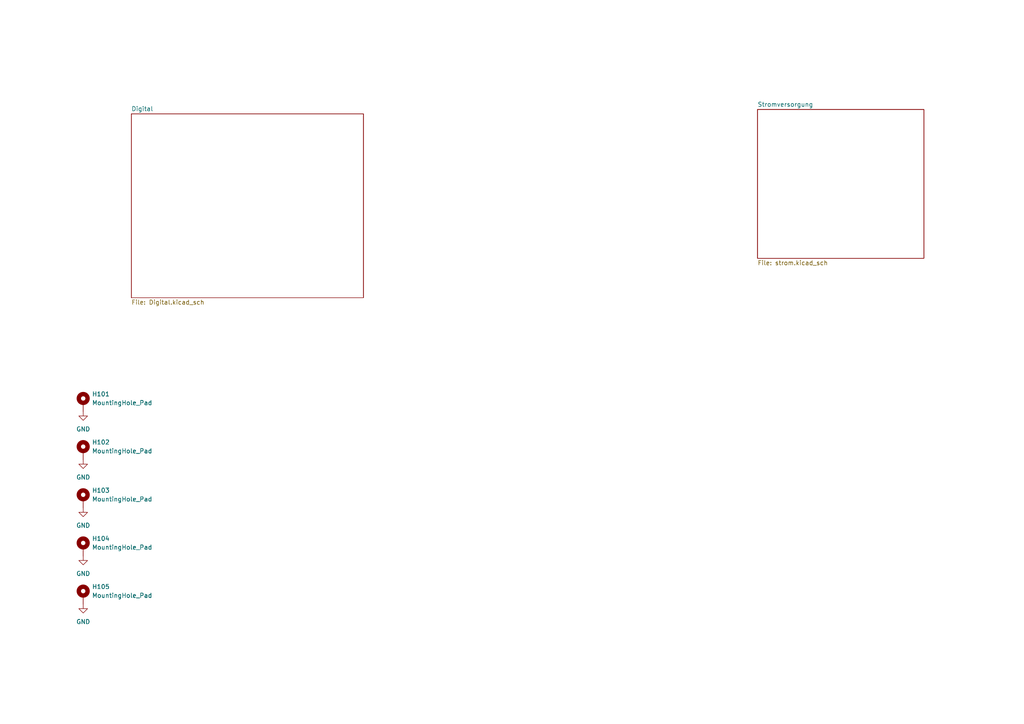
<source format=kicad_sch>
(kicad_sch (version 20211123) (generator eeschema)
  (paper "A4")
  (title_block (title "ESP32 Relaiskarte") (date "2022-03-30") (rev "0.0.3") (company "makerspace Bocholt") (comment 1 "+ optionale Servo Ansteuerung") (comment 2 "+ optionale Lan Karte") (comment 4 "Frank Tobergte"))
  (lib_symbols
    (symbol "Mechanical:MountingHole_Pad" (pin_numbers hide) (pin_names (offset 1.016) hide)
      (property "Reference" "H" (at 0 6.35 0))
      (property "Value" "MountingHole_Pad" (at 0 4.445 0))
      (symbol "MountingHole_Pad_0_1"
        (circle (center 0 1.27) (radius 1.27) (stroke (width 1.27)))
      )
      (symbol "MountingHole_Pad_1_1"
        (pin input line (at 0 -2.54 90) (length 2.54) (name "1") (number "1"))
      )
    )
    (symbol "power:GND" (power) (pin_names (offset 0))
      (property "Value" "GND" (at 0 -3.81 0))
      (symbol "GND_0_1"
        (polyline (pts (xy 0 0) (xy 0 -1.27) (xy 1.27 -1.27) (xy 0 -2.54) (xy -1.27 -1.27) (xy 0 -1.27)))
      )
      (symbol "GND_1_1"
        (pin power_in line (at 0 0 270) (length 0) hide (name "GND") (number "1"))
      )
    )
  )
  (symbol (lib_id "power:GND") (at 24.13 119.38 0) (unit 1)
    (property "Reference" "#PWR0108" (effects hide))
    (property "Value" "GND" (at 24.13 124.46 0))
  )
  (symbol (lib_id "power:GND") (at 24.13 133.35 0) (unit 1)
    (property "Reference" "#PWR0110" (effects hide))
    (property "Value" "GND" (at 24.13 138.43 0))
  )
  (symbol (lib_id "power:GND") (at 24.13 147.32 0) (unit 1)
    (property "Reference" "#PWR0109" (effects hide))
    (property "Value" "GND" (at 24.13 152.4 0))
  )
  (symbol (lib_id "power:GND") (at 24.13 161.29 0) (unit 1)
    (property "Reference" "#PWR0111" (effects hide))
    (property "Value" "GND" (at 24.13 166.37 0))
  )
  (symbol (lib_id "Mechanical:MountingHole_Pad") (at 24.13 172.72 0) (unit 1)
    (property "Reference" "H105" (at 26.67 170.1799 0) (effects (justify left)))
    (property "Value" "MountingHole_Pad" (at 26.67 172.7199 0) (effects (justify left)))
    (property "Footprint" "MountingHole:MountingHole_4.3mm_M4_DIN965_Pad_TopOnly" (effects hide))
  )
  (symbol (lib_id "Mechanical:MountingHole_Pad") (at 24.13 116.84 0) (unit 1)
    (property "Reference" "H101" (at 26.67 114.2999 0) (effects (justify left)))
    (property "Value" "MountingHole_Pad" (at 26.67 116.8399 0) (effects (justify left)))
    (property "Footprint" "MountingHole:MountingHole_4.3mm_M4_DIN965_Pad_TopOnly" (effects hide))
  )
  (symbol (lib_id "Mechanical:MountingHole_Pad") (at 24.13 130.81 0) (unit 1)
    (property "Reference" "H102" (at 26.67 128.2699 0) (effects (justify left)))
    (property "Value" "MountingHole_Pad" (at 26.67 130.8099 0) (effects (justify left)))
    (property "Footprint" "MountingHole:MountingHole_4.3mm_M4_DIN965_Pad_TopOnly" (effects hide))
  )
  (symbol (lib_id "power:GND") (at 24.13 175.26 0) (unit 1)
    (property "Reference" "#PWR0112" (effects hide))
    (property "Value" "GND" (at 24.13 180.34 0))
  )
  (symbol (lib_id "Mechanical:MountingHole_Pad") (at 24.13 158.75 0) (unit 1)
    (property "Reference" "H104" (at 26.67 156.2099 0) (effects (justify left)))
    (property "Value" "MountingHole_Pad" (at 26.67 158.7499 0) (effects (justify left)))
    (property "Footprint" "MountingHole:MountingHole_4.3mm_M4_DIN965_Pad_TopOnly" (effects hide))
  )
  (symbol (lib_id "Mechanical:MountingHole_Pad") (at 24.13 144.78 0) (unit 1)
    (property "Reference" "H103" (at 26.67 142.2399 0) (effects (justify left)))
    (property "Value" "MountingHole_Pad" (at 26.67 144.7799 0) (effects (justify left)))
    (property "Footprint" "MountingHole:MountingHole_4.3mm_M4_DIN965_Pad_TopOnly" (effects hide))
  )
  (sheet (at 219.71 31.75) (size 48.26 43.18) (stroke (width 0.1524))
    (property "Sheet name" "Stromversorgung" (at 219.71 31.0384 0) (effects (justify left bottom)))
    (property "Sheet file" "strom.kicad_sch" (at 219.71 75.5146 0) (effects (justify left top)))
  )
  (sheet (at 38.1 33.02) (size 67.31 53.34) (stroke (width 0.1524))
    (property "Sheet name" "Digital" (at 38.1 32.3084 0) (effects (justify left bottom)))
    (property "Sheet file" "Digital.kicad_sch" (at 38.1 86.9446 0) (effects (justify left top)))
  )
)
</source>
